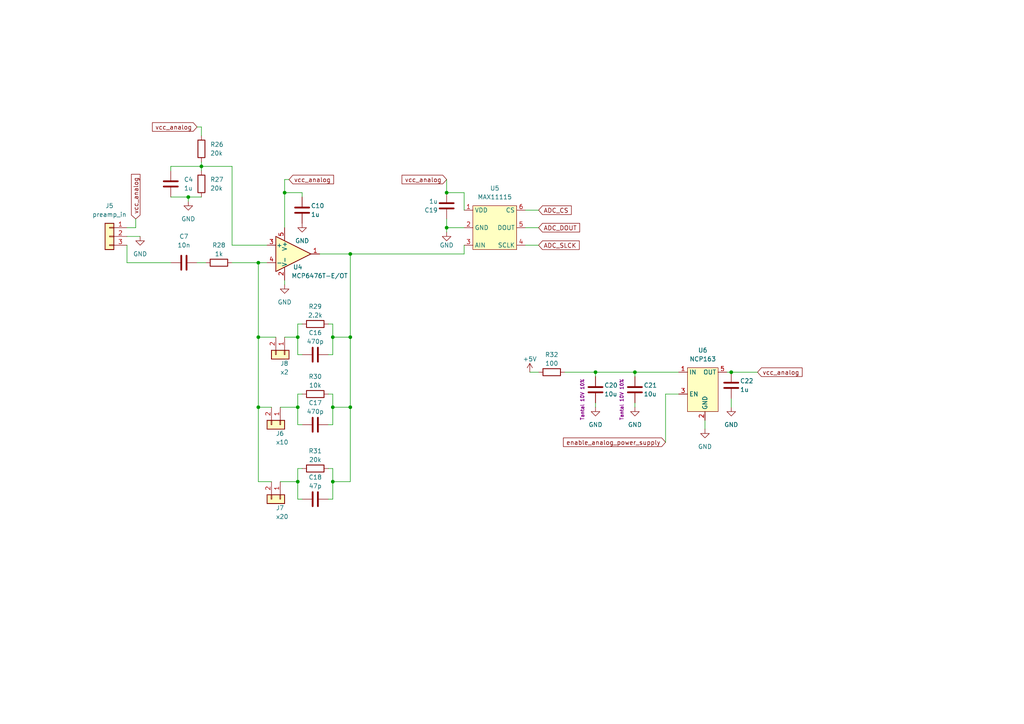
<source format=kicad_sch>
(kicad_sch (version 20211123) (generator eeschema)
  (paper "A4")
  (lib_symbols
    (symbol "Connector_Generic:Conn_01x02" (pin_names (offset 1.016) hide)
      (property "Reference" "J" (at 0 2.54 0))
      (property "Value" "Conn_01x02" (at 0 -5.08 0))
      (symbol "Conn_01x02_1_1"
        (rectangle (start -1.27 -2.413) (end 0 -2.667) (stroke (width 0.1524)))
        (rectangle (start -1.27 0.127) (end 0 -0.127) (stroke (width 0.1524)))
        (rectangle (start -1.27 1.27) (end 1.27 -3.81) (stroke (width 0.254)) (fill (type background)))
        (pin passive line (at -5.08 0 0) (length 3.81) (name "Pin_1") (number "1"))
        (pin passive line (at -5.08 -2.54 0) (length 3.81) (name "Pin_2") (number "2"))
      )
    )
    (symbol "Connector_Generic:Conn_01x03" (pin_names (offset 1.016) hide)
      (property "Reference" "J" (at 0 5.08 0))
      (property "Value" "Conn_01x03" (at 0 -5.08 0))
      (symbol "Conn_01x03_1_1"
        (rectangle (start -1.27 -2.413) (end 0 -2.667) (stroke (width 0.1524)))
        (rectangle (start -1.27 0.127) (end 0 -0.127) (stroke (width 0.1524)))
        (rectangle (start -1.27 2.667) (end 0 2.413) (stroke (width 0.1524)))
        (rectangle (start -1.27 3.81) (end 1.27 -3.81) (stroke (width 0.254)) (fill (type background)))
        (pin passive line (at -5.08 2.54 0) (length 3.81) (name "Pin_1") (number "1"))
        (pin passive line (at -5.08 0 0) (length 3.81) (name "Pin_2") (number "2"))
        (pin passive line (at -5.08 -2.54 0) (length 3.81) (name "Pin_3") (number "3"))
      )
    )
    (symbol "Device:C" (pin_numbers hide) (pin_names (offset 0.254))
      (property "Reference" "C" (at 0.635 2.54 0))
      (property "Value" "C" (at 0.635 -2.54 0))
      (symbol "C_0_1"
        (polyline (pts (xy -2.032 -0.762) (xy 2.032 -0.762)) (stroke (width 0.508)))
        (polyline (pts (xy -2.032 0.762) (xy 2.032 0.762)) (stroke (width 0.508)))
      )
      (symbol "C_1_1"
        (pin passive line (at 0 3.81 270) (length 2.794) (name "~") (number "1"))
        (pin passive line (at 0 -3.81 90) (length 2.794) (name "~") (number "2"))
      )
    )
    (symbol "Device:R" (pin_numbers hide) (pin_names (offset 0))
      (property "Reference" "R" (at 2.032 0 90))
      (property "Value" "R" (at 0 0 90))
      (symbol "R_0_1"
        (rectangle (start -1.016 -2.54) (end 1.016 2.54) (stroke (width 0.254)))
      )
      (symbol "R_1_1"
        (pin passive line (at 0 3.81 270) (length 1.27) (name "~") (number "1"))
        (pin passive line (at 0 -3.81 90) (length 1.27) (name "~") (number "2"))
      )
    )
    (symbol "piezo_preamp:MCP6476T-E{slash}OT" (pin_names (offset 0.127))
      (property "Reference" "U" (at 0 5.08 0))
      (property "Value" "MCP6476T-E{slash}OT" (at 0 -5.08 0))
      (symbol "MCP6476T-E{slash}OT_0_1"
        (polyline (pts (xy -5.08 5.08) (xy 5.08 0) (xy -5.08 -5.08) (xy -5.08 5.08)) (stroke (width 0.254)) (fill (type background)))
        (pin power_in line (at -2.54 -7.62 90) (length 3.81) (name "V-") (number "2"))
        (pin power_in line (at -2.54 7.62 270) (length 3.81) (name "V+") (number "5"))
      )
      (symbol "MCP6476T-E{slash}OT_1_1"
        (pin output line (at 7.62 0 180) (length 2.54) (name "~") (number "1"))
        (pin input line (at -7.62 2.54 0) (length 2.54) (name "+") (number "3"))
        (pin input line (at -7.62 -2.54 0) (length 2.54) (name "-") (number "4"))
      )
    )
    (symbol "power:+5V" (power) (pin_names (offset 0))
      (property "Value" "+5V" (at 0 3.556 0))
      (symbol "+5V_0_1"
        (polyline (pts (xy -0.762 1.27) (xy 0 2.54)))
        (polyline (pts (xy 0 0) (xy 0 2.54)))
        (polyline (pts (xy 0 2.54) (xy 0.762 1.27)))
      )
      (symbol "+5V_1_1"
        (pin power_in line (at 0 0 90) (length 0) hide (name "+5V") (number "1"))
      )
    )
    (symbol "power:GND" (power) (pin_names (offset 0))
      (property "Value" "GND" (at 0 -3.81 0))
      (symbol "GND_0_1"
        (polyline (pts (xy 0 0) (xy 0 -1.27) (xy 1.27 -1.27) (xy 0 -2.54) (xy -1.27 -1.27) (xy 0 -1.27)))
      )
      (symbol "GND_1_1"
        (pin power_in line (at 0 0 270) (length 0) hide (name "GND") (number "1"))
      )
    )
    (symbol "soundseeker:MAX11115"
      (property "Reference" "U" (at 0 -10.16 0))
      (property "Value" "MAX11115" (at 0 -7.62 0))
      (symbol "MAX11115_0_1"
        (rectangle (start -6.35 6.35) (end 6.35 -6.35) (fill (type background)))
      )
      (symbol "MAX11115_1_1"
        (pin power_in line (at -8.89 5.08 0) (length 2.54) (name "VDD") (number "1"))
        (pin power_in line (at -8.89 0 0) (length 2.54) (name "GND") (number "2"))
        (pin input line (at -8.89 -5.08 0) (length 2.54) (name "AIN") (number "3"))
        (pin passive line (at 8.89 -5.08 180) (length 2.54) (name "SCLK") (number "4"))
        (pin passive line (at 8.89 0 180) (length 2.54) (name "DOUT") (number "5"))
        (pin passive line (at 8.89 5.08 180) (length 2.54) (name "CS") (number "6"))
      )
    )
    (symbol "soundseeker:NCP163"
      (property "Reference" "U" (at 7.62 -5.08 0))
      (property "Value" "NCP163" (at 7.62 -7.62 0))
      (symbol "NCP163_0_1"
        (rectangle (start -3.81 7.62) (end 5.08 -5.08) (fill (type background)))
      )
      (symbol "NCP163_1_1"
        (pin power_in line (at -6.35 6.35 0) (length 2.54) (name "IN") (number "1"))
        (pin power_in line (at 1.27 -7.62 90) (length 2.54) (name "GND") (number "2"))
        (pin passive line (at -6.35 0 0) (length 2.54) (name "EN") (number "3"))
        (pin power_out line (at 7.62 6.35 180) (length 2.54) (name "OUT") (number "5"))
      )
    )
  )
  (junction (at 129.54 55.88))
  (junction (at 74.93 118.11))
  (junction (at 172.72 107.95))
  (junction (at 101.6 73.66))
  (junction (at 82.55 55.88))
  (junction (at 96.52 139.7))
  (junction (at 101.6 118.11))
  (junction (at 74.93 97.79))
  (junction (at 96.52 118.11))
  (junction (at 129.54 66.04))
  (junction (at 86.36 97.79))
  (junction (at 58.42 48.26))
  (junction (at 96.52 97.79))
  (junction (at 86.36 118.11))
  (junction (at 101.6 97.79))
  (junction (at 184.15 107.95))
  (junction (at 86.36 139.7))
  (junction (at 212.09 107.95))
  (junction (at 74.93 76.2))
  (junction (at 54.61 57.15))
  (wire (pts (xy 36.83 76.2) (xy 49.53 76.2)))
  (wire (pts (xy 54.61 58.42) (xy 54.61 57.15)))
  (wire (pts (xy 96.52 118.11) (xy 101.6 118.11)))
  (wire (pts (xy 96.52 123.19) (xy 95.25 123.19)))
  (wire (pts (xy 58.42 46.99) (xy 58.42 48.26)))
  (wire (pts (xy 82.55 52.07) (xy 83.82 52.07)))
  (wire (pts (xy 184.15 109.22) (xy 184.15 107.95)))
  (wire (pts (xy 74.93 76.2) (xy 77.47 76.2)))
  (wire (pts (xy 67.31 71.12) (xy 67.31 48.26)))
  (wire (pts (xy 172.72 116.84) (xy 172.72 118.11)))
  (wire (pts (xy 74.93 76.2) (xy 74.93 97.79)))
  (wire (pts (xy 57.15 76.2) (xy 59.69 76.2)))
  (wire (pts (xy 96.52 135.89) (xy 96.52 139.7)))
  (wire (pts (xy 67.31 48.26) (xy 58.42 48.26)))
  (wire (pts (xy 74.93 139.7) (xy 78.74 139.7)))
  (wire (pts (xy 184.15 107.95) (xy 196.85 107.95)))
  (wire (pts (xy 101.6 118.11) (xy 101.6 139.7)))
  (wire (pts (xy 58.42 48.26) (xy 58.42 49.53)))
  (wire (pts (xy 86.36 102.87) (xy 87.63 102.87)))
  (wire (pts (xy 172.72 109.22) (xy 172.72 107.95)))
  (wire (pts (xy 86.36 114.3) (xy 86.36 118.11)))
  (wire (pts (xy 86.36 118.11) (xy 86.36 123.19)))
  (wire (pts (xy 129.54 55.88) (xy 134.62 55.88)))
  (wire (pts (xy 152.4 71.12) (xy 156.21 71.12)))
  (wire (pts (xy 101.6 139.7) (xy 96.52 139.7)))
  (wire (pts (xy 82.55 82.55) (xy 82.55 81.28)))
  (wire (pts (xy 152.4 66.04) (xy 156.21 66.04)))
  (wire (pts (xy 184.15 116.84) (xy 184.15 118.11)))
  (wire (pts (xy 58.42 36.83) (xy 58.42 39.37)))
  (wire (pts (xy 134.62 55.88) (xy 134.62 60.96)))
  (wire (pts (xy 49.53 49.53) (xy 49.53 48.26)))
  (wire (pts (xy 87.63 135.89) (xy 86.36 135.89)))
  (wire (pts (xy 87.63 93.98) (xy 86.36 93.98)))
  (wire (pts (xy 95.25 114.3) (xy 96.52 114.3)))
  (wire (pts (xy 95.25 93.98) (xy 96.52 93.98)))
  (wire (pts (xy 212.09 115.57) (xy 212.09 118.11)))
  (wire (pts (xy 134.62 71.12) (xy 134.62 73.66)))
  (wire (pts (xy 134.62 66.04) (xy 129.54 66.04)))
  (wire (pts (xy 129.54 66.04) (xy 129.54 63.5)))
  (wire (pts (xy 96.52 139.7) (xy 96.52 144.78)))
  (wire (pts (xy 96.52 97.79) (xy 101.6 97.79)))
  (wire (pts (xy 82.55 55.88) (xy 82.55 66.04)))
  (wire (pts (xy 82.55 52.07) (xy 82.55 55.88)))
  (wire (pts (xy 74.93 118.11) (xy 78.74 118.11)))
  (wire (pts (xy 49.53 57.15) (xy 54.61 57.15)))
  (wire (pts (xy 163.83 107.95) (xy 172.72 107.95)))
  (wire (pts (xy 96.52 114.3) (xy 96.52 118.11)))
  (wire (pts (xy 81.28 118.11) (xy 86.36 118.11)))
  (wire (pts (xy 81.28 139.7) (xy 86.36 139.7)))
  (wire (pts (xy 77.47 71.12) (xy 67.31 71.12)))
  (wire (pts (xy 96.52 118.11) (xy 96.52 123.19)))
  (wire (pts (xy 152.4 60.96) (xy 156.21 60.96)))
  (wire (pts (xy 129.54 67.31) (xy 129.54 66.04)))
  (wire (pts (xy 74.93 97.79) (xy 74.93 118.11)))
  (wire (pts (xy 129.54 52.07) (xy 129.54 55.88)))
  (wire (pts (xy 86.36 97.79) (xy 86.36 102.87)))
  (wire (pts (xy 193.04 114.3) (xy 193.04 128.27)))
  (wire (pts (xy 134.62 73.66) (xy 101.6 73.66)))
  (wire (pts (xy 82.55 97.79) (xy 86.36 97.79)))
  (wire (pts (xy 86.36 93.98) (xy 86.36 97.79)))
  (wire (pts (xy 36.83 71.12) (xy 36.83 76.2)))
  (wire (pts (xy 196.85 114.3) (xy 193.04 114.3)))
  (wire (pts (xy 101.6 73.66) (xy 101.6 97.79)))
  (wire (pts (xy 54.61 57.15) (xy 58.42 57.15)))
  (wire (pts (xy 101.6 97.79) (xy 101.6 118.11)))
  (wire (pts (xy 86.36 139.7) (xy 86.36 144.78)))
  (wire (pts (xy 36.83 66.04) (xy 39.37 66.04)))
  (wire (pts (xy 96.52 97.79) (xy 96.52 102.87)))
  (wire (pts (xy 96.52 93.98) (xy 96.52 97.79)))
  (wire (pts (xy 212.09 107.95) (xy 219.71 107.95)))
  (wire (pts (xy 86.36 144.78) (xy 87.63 144.78)))
  (wire (pts (xy 210.82 107.95) (xy 212.09 107.95)))
  (wire (pts (xy 57.15 36.83) (xy 58.42 36.83)))
  (wire (pts (xy 86.36 135.89) (xy 86.36 139.7)))
  (wire (pts (xy 67.31 76.2) (xy 74.93 76.2)))
  (wire (pts (xy 172.72 107.95) (xy 184.15 107.95)))
  (wire (pts (xy 86.36 123.19) (xy 87.63 123.19)))
  (wire (pts (xy 96.52 102.87) (xy 95.25 102.87)))
  (wire (pts (xy 87.63 114.3) (xy 86.36 114.3)))
  (wire (pts (xy 39.37 66.04) (xy 39.37 63.5)))
  (wire (pts (xy 49.53 48.26) (xy 58.42 48.26)))
  (wire (pts (xy 74.93 118.11) (xy 74.93 139.7)))
  (wire (pts (xy 87.63 55.88) (xy 87.63 57.15)))
  (wire (pts (xy 92.71 73.66) (xy 101.6 73.66)))
  (wire (pts (xy 204.47 121.92) (xy 204.47 124.46)))
  (wire (pts (xy 96.52 144.78) (xy 95.25 144.78)))
  (wire (pts (xy 95.25 135.89) (xy 96.52 135.89)))
  (wire (pts (xy 153.67 107.95) (xy 156.21 107.95)))
  (wire (pts (xy 82.55 55.88) (xy 87.63 55.88)))
  (wire (pts (xy 74.93 97.79) (xy 80.01 97.79)))
  (wire (pts (xy 36.83 68.58) (xy 40.64 68.58)))
  (global_label "vcc_analog" (shape input) (at 83.82 52.07 0) (property "Intersheet References" "${INTERSHEET_REFS}" (effects hide)))
  (global_label "enable_analog_power_supply" (shape input) (at 193.04 128.27 180) (property "Intersheet References" "${INTERSHEET_REFS}" (effects hide)))
  (global_label "ADC_DOUT" (shape input) (at 156.21 66.04 0) (property "Intersheet References" "${INTERSHEET_REFS}" (effects hide)))
  (global_label "vcc_analog" (shape input) (at 129.54 52.07 180) (property "Intersheet References" "${INTERSHEET_REFS}" (effects hide)))
  (global_label "ADC_CS" (shape input) (at 156.21 60.96 0) (property "Intersheet References" "${INTERSHEET_REFS}" (effects hide)))
  (global_label "vcc_analog" (shape input) (at 39.37 63.5 90) (property "Intersheet References" "${INTERSHEET_REFS}" (effects hide)))
  (global_label "ADC_SLCK" (shape input) (at 156.21 71.12 0) (property "Intersheet References" "${INTERSHEET_REFS}" (effects hide)))
  (global_label "vcc_analog" (shape input) (at 219.71 107.95 0) (property "Intersheet References" "${INTERSHEET_REFS}" (effects hide)))
  (global_label "vcc_analog" (shape input) (at 57.15 36.83 180) (property "Intersheet References" "${INTERSHEET_REFS}" (effects hide)))
  (symbol (lib_id "Device:C") (at 53.34 76.2 90) (unit 1)
    (property "Reference" "C7" (at 53.34 68.58 90))
    (property "Value" "10n" (at 53.34 71.12 90))
    (property "Footprint" "Capacitor_SMD:C_0805_2012Metric_Pad1.18x1.45mm_HandSolder" (effects hide))
  )
  (symbol (lib_id "Device:C") (at 184.15 113.03 0) (unit 1)
    (property "Reference" "C21" (at 186.69 111.76 0) (effects (justify left)))
    (property "Value" "10u" (at 186.69 114.3 0) (effects (justify left)))
    (property "Footprint" "Resistor_SMD:R_1206_3216Metric_Pad1.30x1.75mm_HandSolder" (effects hide))
    (property "Description" "Tantal 10V 10%" (at 180.34 121.92 90) (effects (font (size 1 1)) (justify left)))
  )
  (symbol (lib_id "power:GND") (at 87.63 64.77 0) (unit 1)
    (property "Reference" "#PWR030" (effects hide))
    (property "Value" "GND" (at 87.63 69.85 0))
  )
  (symbol (lib_id "power:GND") (at 54.61 58.42 0) (unit 1)
    (property "Reference" "#PWR028" (effects hide))
    (property "Value" "GND" (at 54.61 63.5 0))
  )
  (symbol (lib_id "power:GND") (at 82.55 82.55 0) (unit 1)
    (property "Reference" "#PWR029" (effects hide))
    (property "Value" "GND" (at 82.55 87.63 0))
  )
  (symbol (lib_id "Device:C") (at 91.44 144.78 90) (unit 1)
    (property "Reference" "C18" (at 91.44 138.43 90))
    (property "Value" "47p" (at 91.44 140.97 90))
    (property "Footprint" "Capacitor_SMD:C_0805_2012Metric_Pad1.18x1.45mm_HandSolder" (effects hide))
  )
  (symbol (lib_id "Device:R") (at 160.02 107.95 90) (unit 1)
    (property "Reference" "R32" (at 160.02 102.87 90))
    (property "Value" "100" (at 160.02 105.41 90))
    (property "Footprint" "Resistor_SMD:R_0805_2012Metric_Pad1.20x1.40mm_HandSolder" (effects hide))
  )
  (symbol (lib_id "soundseeker:MAX11115") (at 143.51 66.04 0) (unit 1)
    (property "Reference" "U5" (at 143.51 54.61 0))
    (property "Value" "MAX11115" (at 143.51 57.15 0))
    (property "Footprint" "Package_TO_SOT_SMD:SOT-23-6_Handsoldering" (effects hide))
    (property "Datasheet" "https://www.mouser.de/datasheet/2/256/MAX11105-1389186.pdf" (effects hide))
  )
  (symbol (lib_id "piezo_preamp:MCP6476T-E{slash}OT") (at 85.09 73.66 0) (unit 1)
    (property "Reference" "U4" (at 86.36 77.47 0))
    (property "Value" "MCP6476T-E/OT" (at 92.71 80.01 0))
    (property "Footprint" "Package_TO_SOT_SMD:SOT-23-5" (effects hide))
    (property "Datasheet" "https://www.mouser.de/datasheet/2/268/MCP6476_6R_6U_7_9_Data_Sheet_20006419B-2449557.pdf" (effects hide))
  )
  (symbol (lib_id "power:GND") (at 184.15 118.11 0) (unit 1)
    (property "Reference" "#PWR034" (effects hide))
    (property "Value" "GND" (at 184.15 123.19 0))
  )
  (symbol (lib_id "Device:R") (at 58.42 43.18 0) (unit 1)
    (property "Reference" "R26" (at 60.96 41.9099 0) (effects (justify left)))
    (property "Value" "20k" (at 60.96 44.4499 0) (effects (justify left)))
    (property "Footprint" "Resistor_SMD:R_0805_2012Metric_Pad1.20x1.40mm_HandSolder" (effects hide))
  )
  (symbol (lib_id "Device:C") (at 91.44 102.87 90) (unit 1)
    (property "Reference" "C16" (at 91.44 96.52 90))
    (property "Value" "470p" (at 91.44 99.06 90))
    (property "Footprint" "Capacitor_SMD:C_0805_2012Metric_Pad1.18x1.45mm_HandSolder" (effects hide))
  )
  (symbol (lib_id "Connector_Generic:Conn_01x02") (at 81.28 144.78 270) (unit 1)
    (property "Reference" "J7" (at 80.01 147.32 90) (effects (justify left)))
    (property "Value" "x20" (at 80.01 149.86 90) (effects (justify left)))
    (property "Footprint" "Connector_PinHeader_2.54mm:PinHeader_1x02_P2.54mm_Vertical" (effects hide))
  )
  (symbol (lib_id "Device:C") (at 129.54 59.69 180) (unit 1)
    (property "Reference" "C19" (at 127 60.96 0) (effects (justify left)))
    (property "Value" "1u" (at 127 58.42 0) (effects (justify left)))
    (property "Footprint" "Resistor_SMD:R_0805_2012Metric_Pad1.20x1.40mm_HandSolder" (effects hide))
  )
  (symbol (lib_id "power:GND") (at 204.47 124.46 0) (unit 1)
    (property "Reference" "#PWR035" (effects hide))
    (property "Value" "GND" (at 204.47 129.54 0))
  )
  (symbol (lib_id "power:GND") (at 172.72 118.11 0) (unit 1)
    (property "Reference" "#PWR033" (effects hide))
    (property "Value" "GND" (at 172.72 123.19 0))
  )
  (symbol (lib_id "Device:C") (at 212.09 111.76 0) (unit 1)
    (property "Reference" "C22" (at 214.63 110.49 0) (effects (justify left)))
    (property "Value" "1u" (at 214.63 113.03 0) (effects (justify left)))
    (property "Footprint" "Resistor_SMD:R_0805_2012Metric_Pad1.20x1.40mm_HandSolder" (effects hide))
  )
  (symbol (lib_id "Device:C") (at 49.53 53.34 0) (unit 1)
    (property "Reference" "C4" (at 53.34 52.0699 0) (effects (justify left)))
    (property "Value" "1u" (at 53.34 54.6099 0) (effects (justify left)))
    (property "Footprint" "Resistor_SMD:R_0805_2012Metric_Pad1.20x1.40mm_HandSolder" (effects hide))
  )
  (symbol (lib_id "Device:R") (at 91.44 135.89 90) (unit 1)
    (property "Reference" "R31" (at 91.44 130.81 90))
    (property "Value" "20k" (at 91.44 133.35 90))
    (property "Footprint" "Resistor_SMD:R_0805_2012Metric_Pad1.20x1.40mm_HandSolder" (effects hide))
  )
  (symbol (lib_id "Device:C") (at 172.72 113.03 0) (unit 1)
    (property "Reference" "C20" (at 175.26 111.76 0) (effects (justify left)))
    (property "Value" "10u" (at 175.26 114.3 0) (effects (justify left)))
    (property "Footprint" "Resistor_SMD:R_1206_3216Metric_Pad1.30x1.75mm_HandSolder" (effects hide))
    (property "Description" "Tantal 10V 10%" (at 168.91 121.92 90) (effects (font (size 1 1)) (justify left)))
  )
  (symbol (lib_id "Device:C") (at 91.44 123.19 90) (unit 1)
    (property "Reference" "C17" (at 91.44 116.84 90))
    (property "Value" "470p" (at 91.44 119.38 90))
    (property "Footprint" "Capacitor_SMD:C_0805_2012Metric_Pad1.18x1.45mm_HandSolder" (effects hide))
  )
  (symbol (lib_id "soundseeker:NCP163") (at 203.2 114.3 0) (unit 1)
    (property "Reference" "U6" (at 203.835 101.6 0))
    (property "Value" "NCP163" (at 203.835 104.14 0))
    (property "Footprint" "Package_TO_SOT_SMD:SOT-23-5_HandSoldering" (effects hide))
    (property "Datasheet" "https://www.mouser.de/datasheet/2/308/NCP163_D-1101311.pdf" (effects hide))
  )
  (symbol (lib_id "Device:R") (at 91.44 93.98 90) (unit 1)
    (property "Reference" "R29" (at 91.44 88.9 90))
    (property "Value" "2.2k" (at 91.44 91.44 90))
    (property "Footprint" "Resistor_SMD:R_0805_2012Metric_Pad1.20x1.40mm_HandSolder" (effects hide))
  )
  (symbol (lib_id "Connector_Generic:Conn_01x03") (at 31.75 68.58 0) (mirror y) (unit 1)
    (property "Reference" "J5" (at 31.75 59.69 0))
    (property "Value" "preamp_in" (at 31.75 62.23 0))
    (property "Footprint" "Connector_PinHeader_2.54mm:PinHeader_1x03_P2.54mm_Vertical" (effects hide))
  )
  (symbol (lib_id "Connector_Generic:Conn_01x02") (at 81.28 123.19 270) (unit 1)
    (property "Reference" "J6" (at 80.01 125.73 90) (effects (justify left)))
    (property "Value" "x10" (at 80.01 128.27 90) (effects (justify left)))
    (property "Footprint" "Connector_PinHeader_2.54mm:PinHeader_1x02_P2.54mm_Vertical" (effects hide))
  )
  (symbol (lib_id "power:GND") (at 40.64 68.58 0) (unit 1)
    (property "Reference" "#PWR027" (effects hide))
    (property "Value" "GND" (at 40.64 73.66 0))
  )
  (symbol (lib_id "power:GND") (at 129.54 67.31 0) (unit 1)
    (property "Reference" "#PWR031" (effects hide))
    (property "Value" "GND" (at 129.54 71.12 0))
  )
  (symbol (lib_id "power:GND") (at 212.09 118.11 0) (unit 1)
    (property "Reference" "#PWR036" (effects hide))
    (property "Value" "GND" (at 212.09 123.19 0))
  )
  (symbol (lib_id "Connector_Generic:Conn_01x02") (at 82.55 102.87 270) (unit 1)
    (property "Reference" "J8" (at 81.28 105.41 90) (effects (justify left)))
    (property "Value" "x2" (at 81.28 107.95 90) (effects (justify left)))
    (property "Footprint" "Connector_PinHeader_2.54mm:PinHeader_1x02_P2.54mm_Vertical" (effects hide))
  )
  (symbol (lib_id "power:+5V") (at 153.67 107.95 0) (unit 1)
    (property "Reference" "#PWR032" (effects hide))
    (property "Value" "+5V" (at 153.67 104.14 0))
  )
  (symbol (lib_id "Device:R") (at 58.42 53.34 0) (unit 1)
    (property "Reference" "R27" (at 60.96 52.0699 0) (effects (justify left)))
    (property "Value" "20k" (at 60.96 54.6099 0) (effects (justify left)))
    (property "Footprint" "Resistor_SMD:R_0805_2012Metric_Pad1.20x1.40mm_HandSolder" (effects hide))
  )
  (symbol (lib_id "Device:R") (at 63.5 76.2 90) (unit 1)
    (property "Reference" "R28" (at 63.5 71.12 90))
    (property "Value" "1k" (at 63.5 73.66 90))
    (property "Footprint" "Resistor_SMD:R_0805_2012Metric_Pad1.20x1.40mm_HandSolder" (effects hide))
  )
  (symbol (lib_id "Device:C") (at 87.63 60.96 0) (unit 1)
    (property "Reference" "C10" (at 90.17 59.69 0) (effects (justify left)))
    (property "Value" "1u" (at 90.17 62.23 0) (effects (justify left)))
    (property "Footprint" "Resistor_SMD:R_0805_2012Metric_Pad1.20x1.40mm_HandSolder" (effects hide))
  )
  (symbol (lib_id "Device:R") (at 91.44 114.3 90) (unit 1)
    (property "Reference" "R30" (at 91.44 109.22 90))
    (property "Value" "10k" (at 91.44 111.76 90))
    (property "Footprint" "Resistor_SMD:R_0805_2012Metric_Pad1.20x1.40mm_HandSolder" (effects hide))
  )
)
</source>
